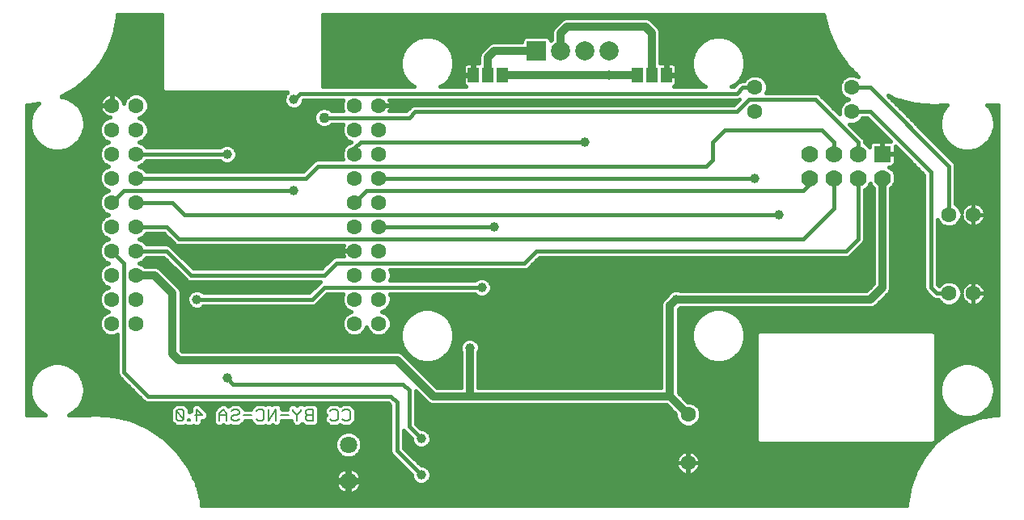
<source format=gbl>
G75*
%MOIN*%
%OFA0B0*%
%FSLAX25Y25*%
%IPPOS*%
%LPD*%
%AMOC8*
5,1,8,0,0,1.08239X$1,22.5*
%
%ADD10C,0.00800*%
%ADD11R,0.07874X0.07874*%
%ADD12C,0.07874*%
%ADD13R,0.04600X0.06300*%
%ADD14C,0.06299*%
%ADD15C,0.07085*%
%ADD16C,0.06300*%
%ADD17R,0.07000X0.07000*%
%ADD18C,0.07000*%
%ADD19C,0.01600*%
%ADD20C,0.03962*%
%ADD21C,0.03200*%
%ADD22C,0.04331*%
%ADD23C,0.01575*%
D10*
X0069105Y0073638D02*
X0070677Y0073638D01*
X0071463Y0074424D01*
X0068319Y0077568D01*
X0068319Y0074424D01*
X0069105Y0073638D01*
X0071463Y0074424D02*
X0071463Y0077568D01*
X0070677Y0078354D01*
X0069105Y0078354D01*
X0068319Y0077568D01*
X0073214Y0074424D02*
X0073214Y0073638D01*
X0074000Y0073638D01*
X0074000Y0074424D01*
X0073214Y0074424D01*
X0075932Y0075996D02*
X0079075Y0075996D01*
X0076718Y0078354D01*
X0076718Y0073638D01*
X0086082Y0073638D02*
X0086082Y0076782D01*
X0087654Y0078354D01*
X0089226Y0076782D01*
X0089226Y0073638D01*
X0091157Y0074424D02*
X0091943Y0073638D01*
X0093515Y0073638D01*
X0094301Y0074424D01*
X0093515Y0075996D02*
X0091943Y0075996D01*
X0091157Y0075210D01*
X0091157Y0074424D01*
X0089226Y0075996D02*
X0086082Y0075996D01*
X0091157Y0077568D02*
X0091943Y0078354D01*
X0093515Y0078354D01*
X0094301Y0077568D01*
X0094301Y0076782D01*
X0093515Y0075996D01*
X0096232Y0075996D02*
X0099376Y0075996D01*
X0101308Y0074424D02*
X0102094Y0073638D01*
X0103666Y0073638D01*
X0104451Y0074424D01*
X0104451Y0077568D01*
X0103666Y0078354D01*
X0102094Y0078354D01*
X0101308Y0077568D01*
X0106383Y0078354D02*
X0106383Y0073638D01*
X0109527Y0078354D01*
X0109527Y0073638D01*
X0111458Y0075996D02*
X0114602Y0075996D01*
X0116533Y0077568D02*
X0116533Y0078354D01*
X0116533Y0077568D02*
X0118105Y0075996D01*
X0118105Y0073638D01*
X0118105Y0075996D02*
X0119677Y0077568D01*
X0119677Y0078354D01*
X0121608Y0077568D02*
X0121608Y0076782D01*
X0122394Y0075996D01*
X0124752Y0075996D01*
X0122394Y0075996D02*
X0121608Y0075210D01*
X0121608Y0074424D01*
X0122394Y0073638D01*
X0124752Y0073638D01*
X0124752Y0078354D01*
X0122394Y0078354D01*
X0121608Y0077568D01*
X0131759Y0077568D02*
X0132545Y0078354D01*
X0134117Y0078354D01*
X0134903Y0077568D01*
X0134903Y0074424D01*
X0134117Y0073638D01*
X0132545Y0073638D01*
X0131759Y0074424D01*
X0136834Y0074424D02*
X0137620Y0073638D01*
X0139192Y0073638D01*
X0139978Y0074424D01*
X0139978Y0077568D01*
X0139192Y0078354D01*
X0137620Y0078354D01*
X0136834Y0077568D01*
D11*
X0216787Y0226250D03*
D12*
X0226787Y0226250D03*
X0236787Y0226250D03*
X0246787Y0226250D03*
D13*
X0258287Y0216250D03*
X0264287Y0216250D03*
X0270287Y0216250D03*
X0202787Y0216250D03*
X0196787Y0216250D03*
X0190787Y0216250D03*
D14*
X0151787Y0203750D03*
X0141787Y0203750D03*
X0141787Y0193750D03*
X0151787Y0193750D03*
X0151787Y0183750D03*
X0141787Y0183750D03*
X0141787Y0173750D03*
X0151787Y0173750D03*
X0151787Y0163750D03*
X0141787Y0163750D03*
X0141787Y0153750D03*
X0151787Y0153750D03*
X0151787Y0143750D03*
X0141787Y0143750D03*
X0141787Y0133750D03*
X0151787Y0133750D03*
X0151787Y0123750D03*
X0141787Y0123750D03*
X0141787Y0113750D03*
X0151787Y0113750D03*
X0051787Y0113750D03*
X0041787Y0113750D03*
X0041787Y0123750D03*
X0051787Y0123750D03*
X0051787Y0133750D03*
X0041787Y0133750D03*
X0041787Y0143750D03*
X0051787Y0143750D03*
X0051787Y0153750D03*
X0041787Y0153750D03*
X0041787Y0163750D03*
X0051787Y0163750D03*
X0051787Y0173750D03*
X0041787Y0173750D03*
X0041787Y0183750D03*
X0051787Y0183750D03*
X0051787Y0193750D03*
X0041787Y0193750D03*
X0041787Y0203750D03*
X0051787Y0203750D03*
X0279287Y0076250D03*
X0279287Y0056250D03*
X0386787Y0126250D03*
X0396787Y0126250D03*
X0396787Y0158750D03*
X0386787Y0158750D03*
D15*
X0139287Y0063750D03*
X0139287Y0048750D03*
D16*
X0306787Y0201250D03*
X0306787Y0211250D03*
X0346787Y0211250D03*
X0346787Y0201250D03*
D17*
X0359287Y0183750D03*
D18*
X0349287Y0183750D03*
X0339287Y0183750D03*
X0329287Y0183750D03*
X0329287Y0173750D03*
X0339287Y0173750D03*
X0349287Y0173750D03*
X0359287Y0173750D03*
D19*
X0349287Y0173750D02*
X0349287Y0148750D01*
X0344287Y0143750D01*
X0216787Y0143750D01*
X0211787Y0138750D01*
X0134287Y0138750D01*
X0129287Y0133750D01*
X0074287Y0133750D01*
X0064287Y0143750D01*
X0051787Y0143750D01*
X0046787Y0138750D02*
X0041787Y0143750D01*
X0046787Y0138750D02*
X0046787Y0093750D01*
X0056787Y0083750D01*
X0156787Y0083750D01*
X0159287Y0081250D01*
X0159287Y0061250D01*
X0169287Y0051250D01*
X0169287Y0066250D02*
X0164287Y0071250D01*
X0164287Y0086250D01*
X0161787Y0088750D01*
X0091787Y0088750D01*
X0089287Y0091250D01*
X0076787Y0123750D02*
X0124287Y0123750D01*
X0129287Y0128750D01*
X0194287Y0128750D01*
X0199287Y0153750D02*
X0151787Y0153750D01*
X0141787Y0163750D02*
X0146787Y0168750D01*
X0326787Y0168750D01*
X0329287Y0171250D01*
X0329287Y0173750D01*
X0339287Y0173750D02*
X0339287Y0161250D01*
X0326787Y0148750D01*
X0069287Y0148750D01*
X0064287Y0153750D01*
X0051787Y0153750D01*
X0051787Y0163750D02*
X0066787Y0163750D01*
X0071787Y0158750D01*
X0316787Y0158750D01*
X0306787Y0173750D02*
X0151787Y0173750D01*
X0141787Y0183750D02*
X0141787Y0186250D01*
X0144287Y0188750D01*
X0236787Y0188750D01*
X0258287Y0216250D02*
X0259287Y0216250D01*
X0289287Y0188750D02*
X0294287Y0193750D01*
X0334287Y0193750D01*
X0339287Y0188750D01*
X0339287Y0183750D01*
X0349287Y0183750D02*
X0349287Y0188750D01*
X0331787Y0206250D01*
X0304287Y0206250D01*
X0299287Y0201250D01*
X0166787Y0201250D01*
X0164287Y0198750D01*
X0129287Y0198750D01*
X0119287Y0208750D02*
X0116787Y0206250D01*
X0119287Y0208750D02*
X0299287Y0208750D01*
X0301787Y0211250D01*
X0306787Y0211250D01*
X0289287Y0188750D02*
X0289287Y0181250D01*
X0286787Y0178750D01*
X0126787Y0178750D01*
X0121787Y0173750D01*
X0051787Y0173750D01*
X0046787Y0168750D02*
X0116787Y0168750D01*
X0089287Y0183750D02*
X0051787Y0183750D01*
X0046787Y0168750D02*
X0041787Y0163750D01*
X0346787Y0201250D02*
X0354287Y0201250D01*
X0379287Y0176250D01*
X0379287Y0128750D01*
X0381787Y0126250D01*
X0386787Y0126250D01*
X0386787Y0158750D02*
X0386787Y0178750D01*
X0354287Y0211250D01*
X0346787Y0211250D01*
D20*
X0306787Y0173750D03*
X0316787Y0158750D03*
X0274287Y0123750D03*
X0199287Y0153750D03*
X0194287Y0128750D03*
X0189287Y0103750D03*
X0169287Y0066250D03*
X0169287Y0051250D03*
X0089287Y0091250D03*
X0076787Y0123750D03*
X0116787Y0168750D03*
X0089287Y0183750D03*
X0116787Y0206250D03*
X0236787Y0188750D03*
X0246787Y0216250D03*
D21*
X0258287Y0216250D01*
X0264287Y0216250D02*
X0264287Y0233750D01*
X0261787Y0236250D01*
X0229287Y0236250D01*
X0226787Y0233750D01*
X0226787Y0226250D01*
X0216787Y0226250D02*
X0199287Y0226250D01*
X0196787Y0223750D01*
X0196787Y0216250D01*
X0202787Y0216250D02*
X0246787Y0216250D01*
X0359287Y0173750D02*
X0359287Y0128750D01*
X0354287Y0123750D01*
X0274287Y0123750D01*
X0271787Y0121250D01*
X0271787Y0083750D01*
X0189287Y0083750D01*
X0189287Y0103750D01*
X0174287Y0083750D02*
X0159287Y0098750D01*
X0069287Y0098750D01*
X0066787Y0101250D01*
X0066787Y0126250D01*
X0059287Y0133750D01*
X0051787Y0133750D01*
X0174287Y0083750D02*
X0179287Y0083750D01*
X0189287Y0083750D01*
X0271787Y0083750D02*
X0279287Y0076250D01*
D22*
X0259287Y0043750D03*
X0156787Y0043750D03*
X0081787Y0043750D03*
X0019287Y0101250D03*
X0019287Y0181250D03*
X0051787Y0236250D03*
X0129287Y0198750D03*
X0141787Y0236250D03*
X0326787Y0236250D03*
X0394287Y0181250D03*
X0279287Y0111250D03*
X0184287Y0111250D03*
X0364287Y0043750D03*
X0394287Y0101250D03*
D23*
X0369947Y0042263D02*
X0078199Y0042263D01*
X0078636Y0040690D02*
X0369669Y0040690D01*
X0369500Y0039731D02*
X0369500Y0038537D01*
X0078876Y0038537D01*
X0078684Y0040518D01*
X0076636Y0047889D01*
X0073340Y0054792D01*
X0068894Y0061017D01*
X0068894Y0061017D01*
X0063436Y0066376D01*
X0063436Y0066376D01*
X0063436Y0066376D01*
X0057129Y0070706D01*
X0050167Y0073875D01*
X0050167Y0073875D01*
X0042760Y0075787D01*
X0042760Y0075787D01*
X0035133Y0076384D01*
X0031556Y0076037D01*
X0024166Y0076037D01*
X0026216Y0077221D01*
X0028316Y0079322D01*
X0029802Y0081895D01*
X0030571Y0084764D01*
X0030571Y0087735D01*
X0029802Y0090605D01*
X0028316Y0093178D01*
X0026216Y0095279D01*
X0023643Y0096765D01*
X0020773Y0097533D01*
X0017802Y0097533D01*
X0014932Y0096765D01*
X0012359Y0095279D01*
X0010258Y0093178D01*
X0008773Y0090605D01*
X0008004Y0087735D01*
X0008004Y0084764D01*
X0008773Y0081895D01*
X0010258Y0079322D01*
X0012359Y0077221D01*
X0014409Y0076037D01*
X0006575Y0076037D01*
X0006575Y0203963D01*
X0007768Y0203963D01*
X0011744Y0204664D01*
X0010258Y0203178D01*
X0008773Y0200605D01*
X0008004Y0197735D01*
X0008004Y0194764D01*
X0008773Y0191895D01*
X0010258Y0189322D01*
X0012359Y0187221D01*
X0014932Y0185735D01*
X0017802Y0184967D01*
X0020773Y0184967D01*
X0023643Y0185735D01*
X0026216Y0187221D01*
X0028316Y0189322D01*
X0029802Y0191895D01*
X0030571Y0194764D01*
X0030571Y0197735D01*
X0029802Y0200605D01*
X0028316Y0203178D01*
X0026216Y0205279D01*
X0023643Y0206765D01*
X0020969Y0207481D01*
X0021166Y0207553D01*
X0027196Y0211034D01*
X0032529Y0215509D01*
X0037004Y0220842D01*
X0040485Y0226871D01*
X0042866Y0233413D01*
X0044075Y0240269D01*
X0044075Y0241463D01*
X0062319Y0241463D01*
X0062319Y0210435D01*
X0063472Y0209281D01*
X0114233Y0209281D01*
X0113439Y0208487D01*
X0112838Y0207036D01*
X0112838Y0205464D01*
X0113439Y0204013D01*
X0114550Y0202902D01*
X0116002Y0202300D01*
X0117573Y0202300D01*
X0119025Y0202902D01*
X0120136Y0204013D01*
X0120737Y0205464D01*
X0120737Y0205981D01*
X0137172Y0205981D01*
X0136669Y0204768D01*
X0136669Y0202732D01*
X0137172Y0201518D01*
X0132365Y0201518D01*
X0131629Y0202255D01*
X0130110Y0202884D01*
X0128465Y0202884D01*
X0126946Y0202255D01*
X0125783Y0201092D01*
X0125154Y0199572D01*
X0125154Y0197928D01*
X0125783Y0196408D01*
X0126946Y0195245D01*
X0128465Y0194616D01*
X0130110Y0194616D01*
X0131629Y0195245D01*
X0132365Y0195981D01*
X0137172Y0195981D01*
X0136669Y0194768D01*
X0136669Y0192732D01*
X0137448Y0190851D01*
X0138888Y0189411D01*
X0140405Y0188783D01*
X0140293Y0188671D01*
X0138888Y0188089D01*
X0137448Y0186649D01*
X0136669Y0184768D01*
X0136669Y0182732D01*
X0137172Y0181518D01*
X0126237Y0181518D01*
X0125219Y0181097D01*
X0124440Y0180318D01*
X0120641Y0176518D01*
X0056180Y0176518D01*
X0056126Y0176649D01*
X0054687Y0178089D01*
X0053091Y0178750D01*
X0054687Y0179411D01*
X0056126Y0180851D01*
X0056180Y0180981D01*
X0086470Y0180981D01*
X0087050Y0180402D01*
X0088502Y0179800D01*
X0090073Y0179800D01*
X0091525Y0180402D01*
X0092636Y0181513D01*
X0093237Y0182964D01*
X0093237Y0184536D01*
X0092636Y0185987D01*
X0091525Y0187098D01*
X0090073Y0187700D01*
X0088502Y0187700D01*
X0087050Y0187098D01*
X0086470Y0186518D01*
X0056180Y0186518D01*
X0056126Y0186649D01*
X0054687Y0188089D01*
X0053091Y0188750D01*
X0054687Y0189411D01*
X0056126Y0190851D01*
X0056905Y0192732D01*
X0056905Y0194768D01*
X0056126Y0196649D01*
X0054687Y0198089D01*
X0053091Y0198750D01*
X0054687Y0199411D01*
X0056126Y0200851D01*
X0056905Y0202732D01*
X0056905Y0204768D01*
X0056126Y0206649D01*
X0054687Y0208089D01*
X0052805Y0208868D01*
X0050769Y0208868D01*
X0048888Y0208089D01*
X0047448Y0206649D01*
X0046669Y0204768D01*
X0046669Y0204486D01*
X0046603Y0204906D01*
X0046363Y0205645D01*
X0046010Y0206338D01*
X0045553Y0206966D01*
X0045004Y0207516D01*
X0044375Y0207973D01*
X0043683Y0208325D01*
X0042943Y0208565D01*
X0042176Y0208687D01*
X0041984Y0208687D01*
X0041984Y0203947D01*
X0041591Y0203947D01*
X0041591Y0208687D01*
X0041399Y0208687D01*
X0040631Y0208565D01*
X0039892Y0208325D01*
X0039200Y0207973D01*
X0038571Y0207516D01*
X0038022Y0206966D01*
X0037565Y0206338D01*
X0037212Y0205645D01*
X0036972Y0204906D01*
X0036850Y0204139D01*
X0036850Y0203947D01*
X0041590Y0203947D01*
X0041590Y0203553D01*
X0036850Y0203553D01*
X0036850Y0203361D01*
X0036972Y0202594D01*
X0037212Y0201855D01*
X0037565Y0201162D01*
X0038022Y0200534D01*
X0038571Y0199984D01*
X0039200Y0199527D01*
X0039892Y0199175D01*
X0040631Y0198935D01*
X0041051Y0198868D01*
X0040769Y0198868D01*
X0038888Y0198089D01*
X0037448Y0196649D01*
X0036669Y0194768D01*
X0036669Y0192732D01*
X0037448Y0190851D01*
X0038888Y0189411D01*
X0040484Y0188750D01*
X0038888Y0188089D01*
X0037448Y0186649D01*
X0036669Y0184768D01*
X0036669Y0182732D01*
X0037448Y0180851D01*
X0038888Y0179411D01*
X0040484Y0178750D01*
X0038888Y0178089D01*
X0037448Y0176649D01*
X0036669Y0174768D01*
X0036669Y0172732D01*
X0037448Y0170851D01*
X0038888Y0169411D01*
X0040484Y0168750D01*
X0038888Y0168089D01*
X0037448Y0166649D01*
X0036669Y0164768D01*
X0036669Y0162732D01*
X0037448Y0160851D01*
X0038888Y0159411D01*
X0040484Y0158750D01*
X0038888Y0158089D01*
X0037448Y0156649D01*
X0036669Y0154768D01*
X0036669Y0152732D01*
X0037448Y0150851D01*
X0038888Y0149411D01*
X0040484Y0148750D01*
X0038888Y0148089D01*
X0037448Y0146649D01*
X0036669Y0144768D01*
X0036669Y0142732D01*
X0037448Y0140851D01*
X0038888Y0139411D01*
X0040484Y0138750D01*
X0038888Y0138089D01*
X0037448Y0136649D01*
X0036669Y0134768D01*
X0036669Y0132732D01*
X0037448Y0130851D01*
X0038888Y0129411D01*
X0040484Y0128750D01*
X0038888Y0128089D01*
X0037448Y0126649D01*
X0036669Y0124768D01*
X0036669Y0122732D01*
X0037448Y0120851D01*
X0038888Y0119411D01*
X0040484Y0118750D01*
X0038888Y0118089D01*
X0037448Y0116649D01*
X0036669Y0114768D01*
X0036669Y0112732D01*
X0037448Y0110851D01*
X0038888Y0109411D01*
X0040769Y0108632D01*
X0042805Y0108632D01*
X0044019Y0109135D01*
X0044019Y0093199D01*
X0044440Y0092182D01*
X0045219Y0091403D01*
X0055219Y0081403D01*
X0056237Y0080981D01*
X0155641Y0080981D01*
X0156519Y0080103D01*
X0156519Y0060699D01*
X0156940Y0059682D01*
X0157719Y0058903D01*
X0165338Y0051284D01*
X0165338Y0050464D01*
X0165939Y0049013D01*
X0167050Y0047902D01*
X0168502Y0047300D01*
X0170073Y0047300D01*
X0171525Y0047902D01*
X0172636Y0049013D01*
X0173237Y0050464D01*
X0173237Y0052036D01*
X0172636Y0053487D01*
X0171525Y0054598D01*
X0170073Y0055200D01*
X0169253Y0055200D01*
X0162056Y0062397D01*
X0162056Y0069566D01*
X0162719Y0068903D01*
X0162719Y0068903D01*
X0165338Y0066284D01*
X0165338Y0065464D01*
X0165939Y0064013D01*
X0167050Y0062902D01*
X0168502Y0062300D01*
X0170073Y0062300D01*
X0171525Y0062902D01*
X0172636Y0064013D01*
X0173237Y0065464D01*
X0173237Y0067036D01*
X0172636Y0068487D01*
X0171525Y0069598D01*
X0170073Y0070200D01*
X0169253Y0070200D01*
X0167056Y0072397D01*
X0167056Y0085935D01*
X0171262Y0081729D01*
X0172266Y0080725D01*
X0173578Y0080181D01*
X0270309Y0080181D01*
X0274169Y0076321D01*
X0274169Y0075232D01*
X0274948Y0073351D01*
X0276388Y0071911D01*
X0278269Y0071132D01*
X0280305Y0071132D01*
X0282187Y0071911D01*
X0283626Y0073351D01*
X0284405Y0075232D01*
X0284405Y0077268D01*
X0283626Y0079149D01*
X0282187Y0080589D01*
X0280305Y0081368D01*
X0279216Y0081368D01*
X0275356Y0085228D01*
X0275356Y0119772D01*
X0275605Y0120021D01*
X0275993Y0120181D01*
X0354997Y0120181D01*
X0356309Y0120725D01*
X0357313Y0121729D01*
X0361309Y0125725D01*
X0362313Y0126729D01*
X0362856Y0128040D01*
X0362856Y0169585D01*
X0363923Y0170652D01*
X0364756Y0172662D01*
X0364756Y0174838D01*
X0363923Y0176848D01*
X0362385Y0178386D01*
X0362200Y0178463D01*
X0363023Y0178463D01*
X0363477Y0178584D01*
X0363885Y0178820D01*
X0364218Y0179153D01*
X0364453Y0179560D01*
X0364575Y0180015D01*
X0364575Y0183553D01*
X0359484Y0183553D01*
X0359484Y0183947D01*
X0359091Y0183947D01*
X0359091Y0189037D01*
X0355552Y0189037D01*
X0355097Y0188916D01*
X0354690Y0188680D01*
X0354357Y0188347D01*
X0354122Y0187940D01*
X0354000Y0187485D01*
X0354000Y0186663D01*
X0353923Y0186848D01*
X0352385Y0188386D01*
X0352056Y0188522D01*
X0352056Y0189301D01*
X0351634Y0190318D01*
X0350856Y0191097D01*
X0350856Y0191097D01*
X0345821Y0196131D01*
X0347806Y0196131D01*
X0349687Y0196911D01*
X0351127Y0198351D01*
X0351181Y0198481D01*
X0353141Y0198481D01*
X0362585Y0189037D01*
X0359484Y0189037D01*
X0359484Y0183947D01*
X0364575Y0183947D01*
X0364575Y0187047D01*
X0376519Y0175103D01*
X0376519Y0128199D01*
X0376940Y0127182D01*
X0377719Y0126403D01*
X0380219Y0123903D01*
X0381237Y0123481D01*
X0382394Y0123481D01*
X0382448Y0123351D01*
X0383888Y0121911D01*
X0385769Y0121132D01*
X0387805Y0121132D01*
X0389687Y0121911D01*
X0391126Y0123351D01*
X0391905Y0125232D01*
X0391905Y0125514D01*
X0391972Y0125094D01*
X0392212Y0124355D01*
X0392565Y0123662D01*
X0393022Y0123034D01*
X0393571Y0122484D01*
X0394200Y0122027D01*
X0394892Y0121675D01*
X0395631Y0121435D01*
X0396399Y0121313D01*
X0396787Y0121313D01*
X0396787Y0126250D01*
X0396787Y0131187D01*
X0396399Y0131187D01*
X0395631Y0131065D01*
X0394892Y0130825D01*
X0394200Y0130473D01*
X0393571Y0130016D01*
X0393022Y0129466D01*
X0392565Y0128838D01*
X0392212Y0128145D01*
X0391972Y0127406D01*
X0391905Y0126986D01*
X0391905Y0127268D01*
X0391126Y0129149D01*
X0389687Y0130589D01*
X0387805Y0131368D01*
X0385769Y0131368D01*
X0383888Y0130589D01*
X0382626Y0129327D01*
X0382056Y0129897D01*
X0382056Y0156799D01*
X0382448Y0155851D01*
X0383888Y0154411D01*
X0385769Y0153632D01*
X0387805Y0153632D01*
X0389687Y0154411D01*
X0391126Y0155851D01*
X0391905Y0157732D01*
X0391905Y0158014D01*
X0391972Y0157594D01*
X0392212Y0156855D01*
X0392565Y0156162D01*
X0393022Y0155534D01*
X0393571Y0154984D01*
X0394200Y0154527D01*
X0394892Y0154175D01*
X0395631Y0153935D01*
X0396399Y0153813D01*
X0396787Y0153813D01*
X0396787Y0158750D01*
X0396787Y0163687D01*
X0396399Y0163687D01*
X0395631Y0163565D01*
X0394892Y0163325D01*
X0394200Y0162973D01*
X0393571Y0162516D01*
X0393022Y0161966D01*
X0392565Y0161338D01*
X0392212Y0160645D01*
X0391972Y0159906D01*
X0391905Y0159486D01*
X0391905Y0159768D01*
X0391126Y0161649D01*
X0389687Y0163089D01*
X0389556Y0163143D01*
X0389556Y0179301D01*
X0389134Y0180318D01*
X0388356Y0181097D01*
X0361608Y0207845D01*
X0364821Y0206360D01*
X0372638Y0204294D01*
X0380695Y0203616D01*
X0384505Y0203963D01*
X0386043Y0203963D01*
X0385258Y0203178D01*
X0383773Y0200605D01*
X0383004Y0197735D01*
X0383004Y0194764D01*
X0383773Y0191895D01*
X0385258Y0189322D01*
X0387359Y0187221D01*
X0389932Y0185735D01*
X0392802Y0184967D01*
X0395773Y0184967D01*
X0398643Y0185735D01*
X0401216Y0187221D01*
X0403316Y0189322D01*
X0404802Y0191895D01*
X0405571Y0194764D01*
X0405571Y0197735D01*
X0404802Y0200605D01*
X0403316Y0203178D01*
X0402532Y0203963D01*
X0407000Y0203963D01*
X0407000Y0076037D01*
X0405806Y0076037D01*
X0398950Y0074828D01*
X0392408Y0072447D01*
X0386379Y0068966D01*
X0381046Y0064491D01*
X0376571Y0059158D01*
X0373090Y0053129D01*
X0370709Y0046587D01*
X0369500Y0039731D01*
X0369500Y0039117D02*
X0078820Y0039117D01*
X0077762Y0043837D02*
X0137190Y0043837D01*
X0137241Y0043810D02*
X0138039Y0043551D01*
X0138868Y0043420D01*
X0138894Y0043420D01*
X0138894Y0048356D01*
X0139681Y0048356D01*
X0139681Y0043420D01*
X0139707Y0043420D01*
X0140536Y0043551D01*
X0141333Y0043810D01*
X0142081Y0044191D01*
X0142760Y0044684D01*
X0143353Y0045278D01*
X0143846Y0045956D01*
X0144227Y0046704D01*
X0144486Y0047502D01*
X0144618Y0048330D01*
X0144617Y0048356D01*
X0139681Y0048356D01*
X0139681Y0049144D01*
X0138894Y0049144D01*
X0138894Y0054080D01*
X0138868Y0054080D01*
X0138039Y0053949D01*
X0137241Y0053690D01*
X0136494Y0053309D01*
X0135815Y0052816D01*
X0135222Y0052222D01*
X0134729Y0051544D01*
X0134348Y0050796D01*
X0134089Y0049998D01*
X0133957Y0049169D01*
X0133957Y0049144D01*
X0138894Y0049144D01*
X0138894Y0048356D01*
X0133957Y0048356D01*
X0133957Y0048330D01*
X0134089Y0047502D01*
X0134348Y0046704D01*
X0134729Y0045956D01*
X0135222Y0045278D01*
X0135815Y0044684D01*
X0136494Y0044191D01*
X0137241Y0043810D01*
X0138894Y0043837D02*
X0139681Y0043837D01*
X0139681Y0045410D02*
X0138894Y0045410D01*
X0138894Y0046983D02*
X0139681Y0046983D01*
X0139681Y0048556D02*
X0166395Y0048556D01*
X0165476Y0050130D02*
X0144443Y0050130D01*
X0144486Y0049998D02*
X0144227Y0050796D01*
X0143846Y0051544D01*
X0143353Y0052222D01*
X0142760Y0052816D01*
X0142081Y0053309D01*
X0141333Y0053690D01*
X0140536Y0053949D01*
X0139707Y0054080D01*
X0139681Y0054080D01*
X0139681Y0049144D01*
X0144618Y0049144D01*
X0144618Y0049169D01*
X0144486Y0049998D01*
X0143730Y0051703D02*
X0164919Y0051703D01*
X0163346Y0053276D02*
X0142125Y0053276D01*
X0139681Y0053276D02*
X0138894Y0053276D01*
X0138894Y0051703D02*
X0139681Y0051703D01*
X0139681Y0050130D02*
X0138894Y0050130D01*
X0138894Y0048556D02*
X0076317Y0048556D01*
X0076636Y0047889D02*
X0076636Y0047889D01*
X0076888Y0046983D02*
X0134257Y0046983D01*
X0135126Y0045410D02*
X0077325Y0045410D01*
X0075566Y0050130D02*
X0134131Y0050130D01*
X0134845Y0051703D02*
X0074815Y0051703D01*
X0074063Y0053276D02*
X0136449Y0053276D01*
X0138191Y0058239D02*
X0136166Y0059078D01*
X0134615Y0060628D01*
X0133776Y0062654D01*
X0133776Y0064846D01*
X0134615Y0066872D01*
X0136166Y0068422D01*
X0138191Y0069261D01*
X0140384Y0069261D01*
X0142409Y0068422D01*
X0143960Y0066872D01*
X0144799Y0064846D01*
X0144799Y0062654D01*
X0143960Y0060628D01*
X0142409Y0059078D01*
X0140384Y0058239D01*
X0138191Y0058239D01*
X0135674Y0059570D02*
X0069928Y0059570D01*
X0071051Y0057996D02*
X0158626Y0057996D01*
X0160199Y0056423D02*
X0072175Y0056423D01*
X0073298Y0054850D02*
X0161772Y0054850D01*
X0166456Y0057996D02*
X0274664Y0057996D01*
X0274712Y0058145D02*
X0274472Y0057406D01*
X0274350Y0056639D01*
X0274350Y0056348D01*
X0279189Y0056348D01*
X0279189Y0056152D01*
X0274350Y0056152D01*
X0274350Y0055861D01*
X0274472Y0055094D01*
X0274712Y0054355D01*
X0275065Y0053662D01*
X0275522Y0053034D01*
X0276071Y0052484D01*
X0276700Y0052027D01*
X0277392Y0051675D01*
X0278131Y0051435D01*
X0278899Y0051313D01*
X0279189Y0051313D01*
X0279189Y0056151D01*
X0279386Y0056151D01*
X0279386Y0051313D01*
X0279676Y0051313D01*
X0280443Y0051435D01*
X0281183Y0051675D01*
X0281875Y0052027D01*
X0282504Y0052484D01*
X0283053Y0053034D01*
X0283510Y0053662D01*
X0283863Y0054355D01*
X0284103Y0055094D01*
X0284224Y0055861D01*
X0284224Y0056152D01*
X0279386Y0056152D01*
X0279386Y0056348D01*
X0284224Y0056348D01*
X0284224Y0056639D01*
X0284103Y0057406D01*
X0283863Y0058145D01*
X0283510Y0058838D01*
X0283053Y0059466D01*
X0282504Y0060016D01*
X0281875Y0060473D01*
X0281183Y0060825D01*
X0280443Y0061065D01*
X0279676Y0061187D01*
X0279386Y0061187D01*
X0279386Y0056348D01*
X0279189Y0056348D01*
X0279189Y0061187D01*
X0278899Y0061187D01*
X0278131Y0061065D01*
X0277392Y0060825D01*
X0276700Y0060473D01*
X0276071Y0060016D01*
X0275522Y0059466D01*
X0275065Y0058838D01*
X0274712Y0058145D01*
X0275625Y0059570D02*
X0164883Y0059570D01*
X0163310Y0061143D02*
X0278621Y0061143D01*
X0279189Y0061143D02*
X0279386Y0061143D01*
X0279954Y0061143D02*
X0378236Y0061143D01*
X0376916Y0059570D02*
X0282950Y0059570D01*
X0283911Y0057996D02*
X0375900Y0057996D01*
X0376571Y0059158D02*
X0376571Y0059158D01*
X0374992Y0056423D02*
X0284224Y0056423D01*
X0284023Y0054850D02*
X0374083Y0054850D01*
X0373175Y0053276D02*
X0283229Y0053276D01*
X0281238Y0051703D02*
X0372571Y0051703D01*
X0373090Y0053129D02*
X0373090Y0053129D01*
X0371998Y0050130D02*
X0173098Y0050130D01*
X0173237Y0051703D02*
X0277337Y0051703D01*
X0279189Y0051703D02*
X0279386Y0051703D01*
X0279386Y0053276D02*
X0279189Y0053276D01*
X0279189Y0054850D02*
X0279386Y0054850D01*
X0279386Y0056423D02*
X0279189Y0056423D01*
X0279189Y0057996D02*
X0279386Y0057996D01*
X0279386Y0059570D02*
X0279189Y0059570D01*
X0274350Y0056423D02*
X0168030Y0056423D01*
X0170918Y0054850D02*
X0274551Y0054850D01*
X0275345Y0053276D02*
X0172723Y0053276D01*
X0172179Y0048556D02*
X0371426Y0048556D01*
X0370853Y0046983D02*
X0144318Y0046983D01*
X0143449Y0045410D02*
X0370501Y0045410D01*
X0370709Y0046587D02*
X0370709Y0046587D01*
X0370224Y0043837D02*
X0141385Y0043837D01*
X0142901Y0059570D02*
X0157052Y0059570D01*
X0156519Y0061143D02*
X0144173Y0061143D01*
X0144799Y0062716D02*
X0156519Y0062716D01*
X0156519Y0064290D02*
X0144799Y0064290D01*
X0144377Y0065863D02*
X0156519Y0065863D01*
X0156519Y0067436D02*
X0143395Y0067436D01*
X0140991Y0069010D02*
X0156519Y0069010D01*
X0156519Y0070583D02*
X0057309Y0070583D01*
X0057129Y0070706D02*
X0057129Y0070706D01*
X0059601Y0069010D02*
X0137584Y0069010D01*
X0137630Y0071270D02*
X0140173Y0071270D01*
X0141560Y0072657D01*
X0142346Y0073443D01*
X0142346Y0077578D01*
X0142346Y0078549D01*
X0141560Y0079335D01*
X0140189Y0080707D01*
X0140173Y0080723D01*
X0139202Y0080723D01*
X0138211Y0080723D01*
X0138211Y0080723D01*
X0136639Y0080723D01*
X0135868Y0079952D01*
X0135114Y0080707D01*
X0135098Y0080723D01*
X0134127Y0080723D01*
X0133136Y0080723D01*
X0133136Y0080723D01*
X0131564Y0080723D01*
X0129390Y0078549D01*
X0129390Y0076587D01*
X0129981Y0075996D01*
X0129390Y0075405D01*
X0129390Y0073443D01*
X0130493Y0072341D01*
X0131564Y0071270D01*
X0132555Y0071270D01*
X0135098Y0071270D01*
X0135868Y0072040D01*
X0136639Y0071270D01*
X0136639Y0071270D01*
X0136639Y0071270D01*
X0137630Y0071270D01*
X0141059Y0072156D02*
X0156519Y0072156D01*
X0156519Y0073729D02*
X0142346Y0073729D01*
X0142346Y0075303D02*
X0156519Y0075303D01*
X0156519Y0076876D02*
X0142346Y0076876D01*
X0142346Y0078449D02*
X0156519Y0078449D01*
X0156519Y0080023D02*
X0140873Y0080023D01*
X0141560Y0079335D02*
X0141560Y0079335D01*
X0142346Y0078549D02*
X0142346Y0078549D01*
X0142346Y0078549D01*
X0140173Y0080723D02*
X0140173Y0080723D01*
X0135939Y0080023D02*
X0135798Y0080023D01*
X0135098Y0080723D02*
X0135098Y0080723D01*
X0135098Y0080723D01*
X0130864Y0080023D02*
X0126433Y0080023D01*
X0127121Y0079335D02*
X0125733Y0080723D01*
X0121413Y0080723D01*
X0121036Y0080345D01*
X0120658Y0080723D01*
X0118696Y0080723D01*
X0118105Y0080132D01*
X0117514Y0080723D01*
X0115552Y0080723D01*
X0114165Y0079335D01*
X0114165Y0078365D01*
X0111940Y0078365D01*
X0111895Y0078589D01*
X0111895Y0079335D01*
X0111709Y0079522D01*
X0111657Y0079781D01*
X0111036Y0080195D01*
X0110508Y0080723D01*
X0110244Y0080723D01*
X0110024Y0080869D01*
X0109292Y0080723D01*
X0108546Y0080723D01*
X0108359Y0080536D01*
X0108100Y0080484D01*
X0107901Y0080185D01*
X0107364Y0080723D01*
X0105402Y0080723D01*
X0105024Y0080345D01*
X0104662Y0080707D01*
X0104647Y0080723D01*
X0103676Y0080723D01*
X0102684Y0080723D01*
X0101112Y0080723D01*
X0099725Y0079335D01*
X0098939Y0078549D01*
X0098939Y0078365D01*
X0096670Y0078365D01*
X0096670Y0078549D01*
X0096670Y0078549D01*
X0096670Y0078549D01*
X0096135Y0079084D01*
X0095884Y0079335D01*
X0094512Y0080707D01*
X0094496Y0080723D01*
X0093525Y0080723D01*
X0092534Y0080723D01*
X0092534Y0080723D01*
X0090962Y0080723D01*
X0089799Y0079559D01*
X0088635Y0080723D01*
X0086673Y0080723D01*
X0085101Y0079151D01*
X0083713Y0077763D01*
X0083713Y0072657D01*
X0085101Y0071270D01*
X0087063Y0071270D01*
X0087654Y0071861D01*
X0088245Y0071270D01*
X0090207Y0071270D01*
X0090585Y0071647D01*
X0090962Y0071270D01*
X0090962Y0071270D01*
X0090962Y0071270D01*
X0091933Y0071270D01*
X0094496Y0071270D01*
X0096670Y0073443D01*
X0096670Y0073628D01*
X0098939Y0073628D01*
X0098939Y0073443D01*
X0100042Y0072341D01*
X0101112Y0071270D01*
X0101112Y0071270D01*
X0101113Y0071270D01*
X0102104Y0071270D01*
X0104647Y0071270D01*
X0105024Y0071647D01*
X0105402Y0071270D01*
X0105666Y0071270D01*
X0105885Y0071123D01*
X0106617Y0071270D01*
X0107364Y0071270D01*
X0107550Y0071456D01*
X0107809Y0071508D01*
X0108008Y0071807D01*
X0108546Y0071270D01*
X0110508Y0071270D01*
X0111895Y0072657D01*
X0111895Y0073628D01*
X0115583Y0073628D01*
X0115737Y0073781D01*
X0115737Y0072657D01*
X0117124Y0071270D01*
X0119086Y0071270D01*
X0120250Y0072433D01*
X0120627Y0072056D01*
X0120627Y0072056D01*
X0121413Y0071270D01*
X0121413Y0071270D01*
X0121413Y0071270D01*
X0122384Y0071270D01*
X0125733Y0071270D01*
X0127121Y0072657D01*
X0127121Y0076977D01*
X0127121Y0077373D01*
X0127121Y0079335D01*
X0127121Y0078449D02*
X0129390Y0078449D01*
X0129390Y0076876D02*
X0127121Y0076876D01*
X0127121Y0075303D02*
X0129390Y0075303D01*
X0129390Y0073729D02*
X0127121Y0073729D01*
X0126620Y0072156D02*
X0130677Y0072156D01*
X0131564Y0071270D02*
X0131564Y0071270D01*
X0131564Y0071270D01*
X0135180Y0067436D02*
X0061892Y0067436D01*
X0063959Y0065863D02*
X0134197Y0065863D01*
X0133776Y0064290D02*
X0065561Y0064290D01*
X0067164Y0062716D02*
X0133776Y0062716D01*
X0134402Y0061143D02*
X0068766Y0061143D01*
X0073340Y0054792D02*
X0073340Y0054792D01*
X0072233Y0071270D02*
X0074981Y0071270D01*
X0075359Y0071647D01*
X0075737Y0071270D01*
X0077699Y0071270D01*
X0079086Y0072657D01*
X0079086Y0073628D01*
X0080057Y0073628D01*
X0081444Y0075015D01*
X0081444Y0076977D01*
X0080057Y0078365D01*
X0080057Y0078365D01*
X0079086Y0079335D01*
X0079086Y0079335D01*
X0077726Y0080695D01*
X0077699Y0080723D01*
X0075737Y0080723D01*
X0074369Y0079355D01*
X0074349Y0079335D01*
X0074349Y0077763D01*
X0073831Y0077245D01*
X0073831Y0077558D01*
X0073831Y0078549D01*
X0073045Y0079335D01*
X0073045Y0079335D01*
X0071658Y0080723D01*
X0070667Y0080723D01*
X0069696Y0080723D01*
X0069696Y0080723D01*
X0068124Y0080723D01*
X0067338Y0079937D01*
X0066031Y0078630D01*
X0065950Y0078549D01*
X0065950Y0075405D01*
X0065950Y0074414D01*
X0065950Y0073443D01*
X0065950Y0073443D01*
X0065966Y0073427D01*
X0067338Y0072056D01*
X0068124Y0071270D01*
X0069095Y0071270D01*
X0071658Y0071270D01*
X0071946Y0071557D01*
X0072233Y0071270D01*
X0068124Y0071270D02*
X0068124Y0071270D01*
X0068124Y0071270D01*
X0067338Y0072056D02*
X0067338Y0072056D01*
X0067237Y0072156D02*
X0053944Y0072156D01*
X0050487Y0073729D02*
X0065950Y0073729D01*
X0065950Y0075303D02*
X0044636Y0075303D01*
X0035133Y0076384D02*
X0035133Y0076384D01*
X0028721Y0080023D02*
X0067424Y0080023D01*
X0065950Y0078449D02*
X0027444Y0078449D01*
X0025618Y0076876D02*
X0065950Y0076876D01*
X0065950Y0075405D02*
X0065950Y0075405D01*
X0072358Y0080023D02*
X0075037Y0080023D01*
X0074349Y0078449D02*
X0073831Y0078449D01*
X0073831Y0078549D02*
X0073831Y0078549D01*
X0073831Y0078549D01*
X0078398Y0080023D02*
X0085973Y0080023D01*
X0084400Y0078449D02*
X0079972Y0078449D01*
X0081444Y0076876D02*
X0083713Y0076876D01*
X0083713Y0075303D02*
X0081444Y0075303D01*
X0080158Y0073729D02*
X0083713Y0073729D01*
X0084214Y0072156D02*
X0078585Y0072156D01*
X0089335Y0080023D02*
X0090262Y0080023D01*
X0094496Y0080723D02*
X0094496Y0080723D01*
X0095196Y0080023D02*
X0100413Y0080023D01*
X0098939Y0078449D02*
X0096670Y0078449D01*
X0095884Y0079335D02*
X0095884Y0079335D01*
X0102684Y0080723D02*
X0102684Y0080723D01*
X0104647Y0080723D02*
X0104647Y0080723D01*
X0111293Y0080023D02*
X0114852Y0080023D01*
X0114165Y0078449D02*
X0111923Y0078449D01*
X0115685Y0073729D02*
X0115737Y0073729D01*
X0116238Y0072156D02*
X0111394Y0072156D01*
X0100226Y0072156D02*
X0095383Y0072156D01*
X0119973Y0072156D02*
X0120527Y0072156D01*
X0162056Y0069010D02*
X0162613Y0069010D01*
X0162056Y0067436D02*
X0164186Y0067436D01*
X0165338Y0065863D02*
X0162056Y0065863D01*
X0162056Y0064290D02*
X0165824Y0064290D01*
X0167498Y0062716D02*
X0162056Y0062716D01*
X0171077Y0062716D02*
X0379557Y0062716D01*
X0380103Y0064281D02*
X0381256Y0065435D01*
X0381256Y0109565D01*
X0380103Y0110718D01*
X0308472Y0110718D01*
X0307319Y0109565D01*
X0307319Y0065435D01*
X0308472Y0064281D01*
X0380103Y0064281D01*
X0380111Y0064290D02*
X0380877Y0064290D01*
X0381046Y0064491D02*
X0381046Y0064491D01*
X0381046Y0064491D01*
X0381256Y0065863D02*
X0382681Y0065863D01*
X0381256Y0067436D02*
X0384556Y0067436D01*
X0386379Y0068966D02*
X0386379Y0068966D01*
X0386454Y0069010D02*
X0381256Y0069010D01*
X0381256Y0070583D02*
X0389179Y0070583D01*
X0391904Y0072156D02*
X0381256Y0072156D01*
X0381256Y0073729D02*
X0395931Y0073729D01*
X0395773Y0074967D02*
X0392802Y0074967D01*
X0389932Y0075735D01*
X0387359Y0077221D01*
X0385258Y0079322D01*
X0383773Y0081895D01*
X0383004Y0084764D01*
X0383004Y0087735D01*
X0383773Y0090605D01*
X0385258Y0093178D01*
X0387359Y0095279D01*
X0389932Y0096765D01*
X0392802Y0097533D01*
X0395773Y0097533D01*
X0398643Y0096765D01*
X0401216Y0095279D01*
X0403316Y0093178D01*
X0404802Y0090605D01*
X0405571Y0087735D01*
X0405571Y0084764D01*
X0404802Y0081895D01*
X0403316Y0079322D01*
X0401216Y0077221D01*
X0398643Y0075735D01*
X0395773Y0074967D01*
X0397028Y0075303D02*
X0401640Y0075303D01*
X0400618Y0076876D02*
X0407000Y0076876D01*
X0407000Y0078449D02*
X0402444Y0078449D01*
X0403721Y0080023D02*
X0407000Y0080023D01*
X0407000Y0081596D02*
X0404629Y0081596D01*
X0405143Y0083169D02*
X0407000Y0083169D01*
X0407000Y0084743D02*
X0405565Y0084743D01*
X0405571Y0086316D02*
X0407000Y0086316D01*
X0407000Y0087889D02*
X0405530Y0087889D01*
X0405108Y0089463D02*
X0407000Y0089463D01*
X0407000Y0091036D02*
X0404553Y0091036D01*
X0403645Y0092609D02*
X0407000Y0092609D01*
X0407000Y0094183D02*
X0402312Y0094183D01*
X0400390Y0095756D02*
X0407000Y0095756D01*
X0407000Y0097329D02*
X0396535Y0097329D01*
X0392040Y0097329D02*
X0381256Y0097329D01*
X0381256Y0095756D02*
X0388185Y0095756D01*
X0386263Y0094183D02*
X0381256Y0094183D01*
X0381256Y0092609D02*
X0384930Y0092609D01*
X0384022Y0091036D02*
X0381256Y0091036D01*
X0381256Y0089463D02*
X0383467Y0089463D01*
X0383045Y0087889D02*
X0381256Y0087889D01*
X0381256Y0086316D02*
X0383004Y0086316D01*
X0383010Y0084743D02*
X0381256Y0084743D01*
X0381256Y0083169D02*
X0383431Y0083169D01*
X0383945Y0081596D02*
X0381256Y0081596D01*
X0381256Y0080023D02*
X0384854Y0080023D01*
X0386131Y0078449D02*
X0381256Y0078449D01*
X0381256Y0076876D02*
X0387956Y0076876D01*
X0391547Y0075303D02*
X0381256Y0075303D01*
X0392408Y0072447D02*
X0392408Y0072447D01*
X0398950Y0074828D02*
X0398950Y0074828D01*
X0407000Y0098903D02*
X0381256Y0098903D01*
X0381256Y0100476D02*
X0407000Y0100476D01*
X0407000Y0102049D02*
X0381256Y0102049D01*
X0381256Y0103622D02*
X0407000Y0103622D01*
X0407000Y0105196D02*
X0381256Y0105196D01*
X0381256Y0106769D02*
X0407000Y0106769D01*
X0407000Y0108342D02*
X0381256Y0108342D01*
X0380906Y0109916D02*
X0407000Y0109916D01*
X0407000Y0111489D02*
X0302531Y0111489D01*
X0302874Y0110210D02*
X0302118Y0113029D01*
X0300659Y0115557D01*
X0298595Y0117621D01*
X0296067Y0119081D01*
X0293247Y0119837D01*
X0290328Y0119837D01*
X0287508Y0119081D01*
X0284980Y0117621D01*
X0282916Y0115557D01*
X0281456Y0113029D01*
X0280701Y0110210D01*
X0280701Y0107290D01*
X0281456Y0104471D01*
X0282916Y0101943D01*
X0284980Y0099878D01*
X0287508Y0098419D01*
X0290328Y0097663D01*
X0293247Y0097663D01*
X0296067Y0098419D01*
X0298595Y0099878D01*
X0300659Y0101943D01*
X0302118Y0104471D01*
X0302874Y0107290D01*
X0302874Y0110210D01*
X0302874Y0109916D02*
X0307669Y0109916D01*
X0307319Y0108342D02*
X0302874Y0108342D01*
X0302734Y0106769D02*
X0307319Y0106769D01*
X0307319Y0105196D02*
X0302313Y0105196D01*
X0301629Y0103622D02*
X0307319Y0103622D01*
X0307319Y0102049D02*
X0300720Y0102049D01*
X0299192Y0100476D02*
X0307319Y0100476D01*
X0307319Y0098903D02*
X0296904Y0098903D01*
X0286670Y0098903D02*
X0275356Y0098903D01*
X0275356Y0100476D02*
X0284383Y0100476D01*
X0282854Y0102049D02*
X0275356Y0102049D01*
X0275356Y0103622D02*
X0281946Y0103622D01*
X0281262Y0105196D02*
X0275356Y0105196D01*
X0275356Y0106769D02*
X0280840Y0106769D01*
X0280701Y0108342D02*
X0275356Y0108342D01*
X0275356Y0109916D02*
X0280701Y0109916D01*
X0281044Y0111489D02*
X0275356Y0111489D01*
X0275356Y0113062D02*
X0281475Y0113062D01*
X0282384Y0114636D02*
X0275356Y0114636D01*
X0275356Y0116209D02*
X0283568Y0116209D01*
X0285259Y0117782D02*
X0275356Y0117782D01*
X0275356Y0119356D02*
X0288533Y0119356D01*
X0295042Y0119356D02*
X0407000Y0119356D01*
X0407000Y0120929D02*
X0356513Y0120929D01*
X0358086Y0122502D02*
X0383297Y0122502D01*
X0380047Y0124076D02*
X0359660Y0124076D01*
X0361233Y0125649D02*
X0378473Y0125649D01*
X0376924Y0127222D02*
X0362517Y0127222D01*
X0362856Y0128795D02*
X0376519Y0128795D01*
X0376519Y0130369D02*
X0362856Y0130369D01*
X0362856Y0131942D02*
X0376519Y0131942D01*
X0376519Y0133515D02*
X0362856Y0133515D01*
X0362856Y0135089D02*
X0376519Y0135089D01*
X0376519Y0136662D02*
X0362856Y0136662D01*
X0362856Y0138235D02*
X0376519Y0138235D01*
X0376519Y0139809D02*
X0362856Y0139809D01*
X0362856Y0141382D02*
X0376519Y0141382D01*
X0376519Y0142955D02*
X0362856Y0142955D01*
X0362856Y0144529D02*
X0376519Y0144529D01*
X0376519Y0146102D02*
X0362856Y0146102D01*
X0362856Y0147675D02*
X0376519Y0147675D01*
X0376519Y0149249D02*
X0362856Y0149249D01*
X0362856Y0150822D02*
X0376519Y0150822D01*
X0376519Y0152395D02*
X0362856Y0152395D01*
X0362856Y0153969D02*
X0376519Y0153969D01*
X0376519Y0155542D02*
X0362856Y0155542D01*
X0362856Y0157115D02*
X0376519Y0157115D01*
X0376519Y0158688D02*
X0362856Y0158688D01*
X0362856Y0160262D02*
X0376519Y0160262D01*
X0376519Y0161835D02*
X0362856Y0161835D01*
X0362856Y0163408D02*
X0376519Y0163408D01*
X0376519Y0164982D02*
X0362856Y0164982D01*
X0362856Y0166555D02*
X0376519Y0166555D01*
X0376519Y0168128D02*
X0362856Y0168128D01*
X0362973Y0169702D02*
X0376519Y0169702D01*
X0376519Y0171275D02*
X0364181Y0171275D01*
X0364756Y0172848D02*
X0376519Y0172848D01*
X0376519Y0174422D02*
X0364756Y0174422D01*
X0364277Y0175995D02*
X0375627Y0175995D01*
X0374054Y0177568D02*
X0363203Y0177568D01*
X0364207Y0179142D02*
X0372481Y0179142D01*
X0370907Y0180715D02*
X0364575Y0180715D01*
X0364575Y0182288D02*
X0369334Y0182288D01*
X0367761Y0183862D02*
X0359484Y0183862D01*
X0359484Y0185435D02*
X0359091Y0185435D01*
X0359091Y0187008D02*
X0359484Y0187008D01*
X0359484Y0188581D02*
X0359091Y0188581D01*
X0361467Y0190155D02*
X0351702Y0190155D01*
X0352056Y0188581D02*
X0354591Y0188581D01*
X0354000Y0187008D02*
X0353763Y0187008D01*
X0350225Y0191728D02*
X0359894Y0191728D01*
X0358321Y0193301D02*
X0348651Y0193301D01*
X0347078Y0194875D02*
X0356747Y0194875D01*
X0355174Y0196448D02*
X0348570Y0196448D01*
X0350797Y0198021D02*
X0353601Y0198021D01*
X0345483Y0206250D02*
X0343888Y0205589D01*
X0342448Y0204149D01*
X0341669Y0202268D01*
X0341669Y0200284D01*
X0334134Y0207818D01*
X0333356Y0208597D01*
X0332338Y0209018D01*
X0311403Y0209018D01*
X0311906Y0210232D01*
X0311906Y0212268D01*
X0311127Y0214149D01*
X0309687Y0215589D01*
X0307806Y0216368D01*
X0305769Y0216368D01*
X0303888Y0215589D01*
X0302448Y0214149D01*
X0302394Y0214018D01*
X0301237Y0214018D01*
X0300219Y0213597D01*
X0299440Y0212818D01*
X0298141Y0211518D01*
X0297105Y0211518D01*
X0298595Y0212378D01*
X0300659Y0214443D01*
X0302118Y0216971D01*
X0302874Y0219790D01*
X0302874Y0222710D01*
X0302118Y0225529D01*
X0300659Y0228057D01*
X0298595Y0230121D01*
X0296067Y0231581D01*
X0293247Y0232337D01*
X0290328Y0232337D01*
X0287508Y0231581D01*
X0284980Y0230121D01*
X0282916Y0228057D01*
X0281456Y0225529D01*
X0280701Y0222710D01*
X0280701Y0219790D01*
X0281456Y0216971D01*
X0282916Y0214443D01*
X0284980Y0212378D01*
X0286470Y0211518D01*
X0273423Y0211518D01*
X0273685Y0211670D01*
X0274018Y0212003D01*
X0274253Y0212410D01*
X0274375Y0212865D01*
X0274375Y0215887D01*
X0270650Y0215887D01*
X0270650Y0216613D01*
X0269925Y0216613D01*
X0269925Y0221187D01*
X0267856Y0221187D01*
X0267856Y0234460D01*
X0267313Y0235771D01*
X0266309Y0236775D01*
X0263809Y0239275D01*
X0262497Y0239818D01*
X0228578Y0239818D01*
X0227266Y0239275D01*
X0226262Y0238271D01*
X0223762Y0235771D01*
X0223219Y0234460D01*
X0223219Y0231033D01*
X0222693Y0230507D01*
X0222693Y0231002D01*
X0221540Y0232155D01*
X0212035Y0232155D01*
X0210882Y0231002D01*
X0210882Y0229818D01*
X0198578Y0229818D01*
X0197266Y0229275D01*
X0196262Y0228271D01*
X0193762Y0225771D01*
X0193219Y0224460D01*
X0193219Y0221187D01*
X0191150Y0221187D01*
X0191150Y0216613D01*
X0190425Y0216613D01*
X0190425Y0221187D01*
X0188252Y0221187D01*
X0187797Y0221066D01*
X0187390Y0220830D01*
X0187057Y0220497D01*
X0186822Y0220090D01*
X0186700Y0219635D01*
X0186700Y0216613D01*
X0190425Y0216613D01*
X0190425Y0215887D01*
X0186700Y0215887D01*
X0186700Y0212865D01*
X0186822Y0212410D01*
X0187057Y0212003D01*
X0187390Y0211670D01*
X0187652Y0211518D01*
X0177105Y0211518D01*
X0178595Y0212378D01*
X0180659Y0214443D01*
X0182118Y0216971D01*
X0182874Y0219790D01*
X0182874Y0222710D01*
X0182118Y0225529D01*
X0180659Y0228057D01*
X0178595Y0230121D01*
X0176067Y0231581D01*
X0173247Y0232337D01*
X0170328Y0232337D01*
X0167508Y0231581D01*
X0164980Y0230121D01*
X0162916Y0228057D01*
X0161456Y0225529D01*
X0160701Y0222710D01*
X0160701Y0219790D01*
X0161456Y0216971D01*
X0162916Y0214443D01*
X0164980Y0212378D01*
X0166470Y0211518D01*
X0128756Y0211518D01*
X0128756Y0241463D01*
X0334975Y0241463D01*
X0337005Y0233988D01*
X0340447Y0226672D01*
X0340447Y0226672D01*
X0345107Y0220065D01*
X0345107Y0220065D01*
X0349559Y0215642D01*
X0347806Y0216368D01*
X0345769Y0216368D01*
X0343888Y0215589D01*
X0342448Y0214149D01*
X0341669Y0212268D01*
X0341669Y0210232D01*
X0342448Y0208351D01*
X0343888Y0206911D01*
X0345483Y0206250D01*
X0344609Y0205888D02*
X0336065Y0205888D01*
X0337638Y0204315D02*
X0342613Y0204315D01*
X0341865Y0202741D02*
X0339211Y0202741D01*
X0340785Y0201168D02*
X0341669Y0201168D01*
X0343338Y0207461D02*
X0334491Y0207461D01*
X0334134Y0207818D02*
X0334134Y0207818D01*
X0341669Y0210608D02*
X0311906Y0210608D01*
X0311906Y0212181D02*
X0341669Y0212181D01*
X0342285Y0213754D02*
X0311290Y0213754D01*
X0309948Y0215328D02*
X0343627Y0215328D01*
X0348292Y0216901D02*
X0302078Y0216901D01*
X0302521Y0218474D02*
X0346708Y0218474D01*
X0345123Y0220048D02*
X0302874Y0220048D01*
X0302874Y0221621D02*
X0344009Y0221621D01*
X0342899Y0223194D02*
X0302744Y0223194D01*
X0302323Y0224768D02*
X0341790Y0224768D01*
X0340680Y0226341D02*
X0301650Y0226341D01*
X0300741Y0227914D02*
X0339862Y0227914D01*
X0339122Y0229488D02*
X0299229Y0229488D01*
X0296968Y0231061D02*
X0338382Y0231061D01*
X0337642Y0232634D02*
X0267856Y0232634D01*
X0267856Y0231061D02*
X0286607Y0231061D01*
X0284346Y0229488D02*
X0267856Y0229488D01*
X0267856Y0227914D02*
X0282833Y0227914D01*
X0281925Y0226341D02*
X0267856Y0226341D01*
X0267856Y0224768D02*
X0281252Y0224768D01*
X0280831Y0223194D02*
X0267856Y0223194D01*
X0267856Y0221621D02*
X0280701Y0221621D01*
X0280701Y0220048D02*
X0274264Y0220048D01*
X0274253Y0220090D02*
X0274018Y0220497D01*
X0273685Y0220830D01*
X0273277Y0221066D01*
X0272823Y0221187D01*
X0270650Y0221187D01*
X0270650Y0216613D01*
X0274375Y0216613D01*
X0274375Y0219635D01*
X0274253Y0220090D01*
X0274375Y0218474D02*
X0281053Y0218474D01*
X0281497Y0216901D02*
X0274375Y0216901D01*
X0274375Y0215328D02*
X0282405Y0215328D01*
X0283604Y0213754D02*
X0274375Y0213754D01*
X0274121Y0212181D02*
X0285322Y0212181D01*
X0270650Y0216901D02*
X0269925Y0216901D01*
X0269925Y0218474D02*
X0270650Y0218474D01*
X0270650Y0220048D02*
X0269925Y0220048D01*
X0267856Y0234208D02*
X0336945Y0234208D01*
X0337005Y0233988D02*
X0337005Y0233988D01*
X0336518Y0235781D02*
X0267303Y0235781D01*
X0265730Y0237354D02*
X0336091Y0237354D01*
X0335663Y0238928D02*
X0264156Y0238928D01*
X0226918Y0238928D02*
X0128756Y0238928D01*
X0128756Y0240501D02*
X0335236Y0240501D01*
X0303627Y0215328D02*
X0301170Y0215328D01*
X0300599Y0213754D02*
X0299971Y0213754D01*
X0299440Y0212818D02*
X0299440Y0212818D01*
X0298803Y0212181D02*
X0298253Y0212181D01*
X0300291Y0206169D02*
X0298141Y0204018D01*
X0166237Y0204018D01*
X0165219Y0203597D01*
X0163141Y0201518D01*
X0156191Y0201518D01*
X0156363Y0201855D01*
X0156603Y0202594D01*
X0156724Y0203361D01*
X0156724Y0203553D01*
X0151984Y0203553D01*
X0151984Y0203947D01*
X0156724Y0203947D01*
X0156724Y0204139D01*
X0156603Y0204906D01*
X0156363Y0205645D01*
X0156191Y0205981D01*
X0299838Y0205981D01*
X0300291Y0206169D01*
X0300010Y0205888D02*
X0156239Y0205888D01*
X0156697Y0204315D02*
X0298437Y0204315D01*
X0311410Y0209035D02*
X0342165Y0209035D01*
X0361991Y0207461D02*
X0362438Y0207461D01*
X0363565Y0205888D02*
X0366606Y0205888D01*
X0364821Y0206360D02*
X0364821Y0206360D01*
X0365138Y0204315D02*
X0372559Y0204315D01*
X0372638Y0204294D02*
X0372638Y0204294D01*
X0368285Y0201168D02*
X0384098Y0201168D01*
X0383502Y0199595D02*
X0369858Y0199595D01*
X0371431Y0198021D02*
X0383081Y0198021D01*
X0383004Y0196448D02*
X0373005Y0196448D01*
X0374578Y0194875D02*
X0383004Y0194875D01*
X0383396Y0193301D02*
X0376151Y0193301D01*
X0377725Y0191728D02*
X0383869Y0191728D01*
X0384777Y0190155D02*
X0379298Y0190155D01*
X0380871Y0188581D02*
X0385999Y0188581D01*
X0387728Y0187008D02*
X0382445Y0187008D01*
X0384018Y0185435D02*
X0391054Y0185435D01*
X0387164Y0182288D02*
X0407000Y0182288D01*
X0407000Y0180715D02*
X0388738Y0180715D01*
X0389556Y0179142D02*
X0407000Y0179142D01*
X0407000Y0177568D02*
X0389556Y0177568D01*
X0389556Y0175995D02*
X0407000Y0175995D01*
X0407000Y0174422D02*
X0389556Y0174422D01*
X0389556Y0172848D02*
X0407000Y0172848D01*
X0407000Y0171275D02*
X0389556Y0171275D01*
X0389556Y0169702D02*
X0407000Y0169702D01*
X0407000Y0168128D02*
X0389556Y0168128D01*
X0389556Y0166555D02*
X0407000Y0166555D01*
X0407000Y0164982D02*
X0389556Y0164982D01*
X0389556Y0163408D02*
X0395148Y0163408D01*
X0396787Y0163408D02*
X0396787Y0163408D01*
X0396787Y0163687D02*
X0397176Y0163687D01*
X0397943Y0163565D01*
X0398683Y0163325D01*
X0399375Y0162973D01*
X0400004Y0162516D01*
X0400553Y0161966D01*
X0401010Y0161338D01*
X0401363Y0160645D01*
X0401603Y0159906D01*
X0401724Y0159139D01*
X0401724Y0158750D01*
X0396788Y0158750D01*
X0396788Y0158750D01*
X0401724Y0158750D01*
X0401724Y0158361D01*
X0401603Y0157594D01*
X0401363Y0156855D01*
X0401010Y0156162D01*
X0400553Y0155534D01*
X0400004Y0154984D01*
X0399375Y0154527D01*
X0398683Y0154175D01*
X0397943Y0153935D01*
X0397176Y0153813D01*
X0396787Y0153813D01*
X0396787Y0158750D01*
X0396787Y0158750D01*
X0396787Y0158750D01*
X0396787Y0163687D01*
X0398427Y0163408D02*
X0407000Y0163408D01*
X0407000Y0161835D02*
X0400648Y0161835D01*
X0401487Y0160262D02*
X0407000Y0160262D01*
X0407000Y0158688D02*
X0401724Y0158688D01*
X0401447Y0157115D02*
X0407000Y0157115D01*
X0407000Y0155542D02*
X0400559Y0155542D01*
X0398048Y0153969D02*
X0407000Y0153969D01*
X0407000Y0152395D02*
X0382056Y0152395D01*
X0382056Y0150822D02*
X0407000Y0150822D01*
X0407000Y0149249D02*
X0382056Y0149249D01*
X0382056Y0147675D02*
X0407000Y0147675D01*
X0407000Y0146102D02*
X0382056Y0146102D01*
X0382056Y0144529D02*
X0407000Y0144529D01*
X0407000Y0142955D02*
X0382056Y0142955D01*
X0382056Y0141382D02*
X0407000Y0141382D01*
X0407000Y0139809D02*
X0382056Y0139809D01*
X0382056Y0138235D02*
X0407000Y0138235D01*
X0407000Y0136662D02*
X0382056Y0136662D01*
X0382056Y0135089D02*
X0407000Y0135089D01*
X0407000Y0133515D02*
X0382056Y0133515D01*
X0382056Y0131942D02*
X0407000Y0131942D01*
X0407000Y0130369D02*
X0399518Y0130369D01*
X0399375Y0130473D02*
X0398683Y0130825D01*
X0397943Y0131065D01*
X0397176Y0131187D01*
X0396787Y0131187D01*
X0396787Y0126250D01*
X0396787Y0126250D01*
X0396787Y0126250D01*
X0396787Y0121313D01*
X0397176Y0121313D01*
X0397943Y0121435D01*
X0398683Y0121675D01*
X0399375Y0122027D01*
X0400004Y0122484D01*
X0400553Y0123034D01*
X0401010Y0123662D01*
X0401363Y0124355D01*
X0401603Y0125094D01*
X0401724Y0125861D01*
X0401724Y0126250D01*
X0401724Y0126639D01*
X0401603Y0127406D01*
X0401363Y0128145D01*
X0401010Y0128838D01*
X0400553Y0129466D01*
X0400004Y0130016D01*
X0399375Y0130473D01*
X0401031Y0128795D02*
X0407000Y0128795D01*
X0407000Y0127222D02*
X0401632Y0127222D01*
X0401724Y0126250D02*
X0396788Y0126250D01*
X0396788Y0126250D01*
X0401724Y0126250D01*
X0401691Y0125649D02*
X0407000Y0125649D01*
X0407000Y0124076D02*
X0401220Y0124076D01*
X0400022Y0122502D02*
X0407000Y0122502D01*
X0407000Y0117782D02*
X0298316Y0117782D01*
X0300007Y0116209D02*
X0407000Y0116209D01*
X0407000Y0114636D02*
X0301191Y0114636D01*
X0302099Y0113062D02*
X0407000Y0113062D01*
X0396787Y0122502D02*
X0396787Y0122502D01*
X0396787Y0124076D02*
X0396787Y0124076D01*
X0396787Y0125649D02*
X0396787Y0125649D01*
X0396787Y0127222D02*
X0396787Y0127222D01*
X0396787Y0128795D02*
X0396787Y0128795D01*
X0396787Y0130369D02*
X0396787Y0130369D01*
X0394057Y0130369D02*
X0389907Y0130369D01*
X0391273Y0128795D02*
X0392543Y0128795D01*
X0391943Y0127222D02*
X0391905Y0127222D01*
X0392354Y0124076D02*
X0391427Y0124076D01*
X0390278Y0122502D02*
X0393553Y0122502D01*
X0383668Y0130369D02*
X0382056Y0130369D01*
X0361309Y0125725D02*
X0361309Y0125725D01*
X0355719Y0130228D02*
X0352809Y0127318D01*
X0275993Y0127318D01*
X0275073Y0127700D01*
X0273502Y0127700D01*
X0272050Y0127098D01*
X0270939Y0125987D01*
X0270558Y0125067D01*
X0269766Y0124275D01*
X0268762Y0123271D01*
X0268219Y0121960D01*
X0268219Y0087318D01*
X0192856Y0087318D01*
X0192856Y0102044D01*
X0193237Y0102964D01*
X0193237Y0104536D01*
X0192636Y0105987D01*
X0191525Y0107098D01*
X0190073Y0107700D01*
X0188502Y0107700D01*
X0187050Y0107098D01*
X0185939Y0105987D01*
X0185338Y0104536D01*
X0185338Y0102964D01*
X0185719Y0102044D01*
X0185719Y0087318D01*
X0175766Y0087318D01*
X0161309Y0101775D01*
X0159997Y0102318D01*
X0070766Y0102318D01*
X0070356Y0102728D01*
X0070356Y0126960D01*
X0069813Y0128271D01*
X0068809Y0129275D01*
X0061309Y0136775D01*
X0059997Y0137318D01*
X0055457Y0137318D01*
X0054687Y0138089D01*
X0053091Y0138750D01*
X0054687Y0139411D01*
X0056126Y0140851D01*
X0056180Y0140981D01*
X0063141Y0140981D01*
X0071940Y0132182D01*
X0071940Y0132182D01*
X0072719Y0131403D01*
X0073737Y0130981D01*
X0127604Y0130981D01*
X0123141Y0126518D01*
X0079604Y0126518D01*
X0079025Y0127098D01*
X0077573Y0127700D01*
X0076002Y0127700D01*
X0074550Y0127098D01*
X0073439Y0125987D01*
X0072838Y0124536D01*
X0072838Y0122964D01*
X0073439Y0121513D01*
X0074550Y0120402D01*
X0076002Y0119800D01*
X0077573Y0119800D01*
X0079025Y0120402D01*
X0079604Y0120981D01*
X0124838Y0120981D01*
X0125856Y0121403D01*
X0126634Y0122182D01*
X0130434Y0125981D01*
X0137172Y0125981D01*
X0136669Y0124768D01*
X0136669Y0122732D01*
X0137448Y0120851D01*
X0138888Y0119411D01*
X0140484Y0118750D01*
X0138888Y0118089D01*
X0137448Y0116649D01*
X0136669Y0114768D01*
X0136669Y0112732D01*
X0137448Y0110851D01*
X0138888Y0109411D01*
X0140769Y0108632D01*
X0142805Y0108632D01*
X0144687Y0109411D01*
X0146126Y0110851D01*
X0146787Y0112447D01*
X0147448Y0110851D01*
X0148888Y0109411D01*
X0150769Y0108632D01*
X0152805Y0108632D01*
X0154687Y0109411D01*
X0156126Y0110851D01*
X0156905Y0112732D01*
X0156905Y0114768D01*
X0156126Y0116649D01*
X0154687Y0118089D01*
X0153091Y0118750D01*
X0154687Y0119411D01*
X0156126Y0120851D01*
X0156905Y0122732D01*
X0156905Y0124768D01*
X0156403Y0125981D01*
X0191470Y0125981D01*
X0192050Y0125402D01*
X0193502Y0124800D01*
X0195073Y0124800D01*
X0196525Y0125402D01*
X0197636Y0126513D01*
X0198237Y0127964D01*
X0198237Y0129536D01*
X0197636Y0130987D01*
X0196525Y0132098D01*
X0195073Y0132700D01*
X0193502Y0132700D01*
X0192050Y0132098D01*
X0191470Y0131518D01*
X0156403Y0131518D01*
X0156905Y0132732D01*
X0156905Y0134768D01*
X0156403Y0135981D01*
X0212338Y0135981D01*
X0213356Y0136403D01*
X0217934Y0140981D01*
X0344838Y0140981D01*
X0345856Y0141403D01*
X0350856Y0146403D01*
X0351634Y0147182D01*
X0352056Y0148199D01*
X0352056Y0168978D01*
X0352385Y0169114D01*
X0353923Y0170652D01*
X0354287Y0171531D01*
X0354651Y0170652D01*
X0355719Y0169585D01*
X0355719Y0130228D01*
X0355719Y0130369D02*
X0197892Y0130369D01*
X0198237Y0128795D02*
X0354286Y0128795D01*
X0355719Y0131942D02*
X0196681Y0131942D01*
X0191894Y0131942D02*
X0156578Y0131942D01*
X0156905Y0133515D02*
X0355719Y0133515D01*
X0355719Y0135089D02*
X0156773Y0135089D01*
X0141590Y0143553D02*
X0136850Y0143553D01*
X0136850Y0143361D01*
X0136972Y0142594D01*
X0137212Y0141855D01*
X0137383Y0141518D01*
X0133737Y0141518D01*
X0132719Y0141097D01*
X0131940Y0140318D01*
X0128141Y0136518D01*
X0075434Y0136518D01*
X0065856Y0146097D01*
X0064838Y0146518D01*
X0056180Y0146518D01*
X0056126Y0146649D01*
X0054687Y0148089D01*
X0053091Y0148750D01*
X0054687Y0149411D01*
X0056126Y0150851D01*
X0056180Y0150981D01*
X0063141Y0150981D01*
X0066940Y0147182D01*
X0067719Y0146403D01*
X0068737Y0145981D01*
X0137383Y0145981D01*
X0137212Y0145645D01*
X0136972Y0144906D01*
X0136850Y0144139D01*
X0136850Y0143947D01*
X0141590Y0143947D01*
X0141590Y0143553D01*
X0136915Y0142955D02*
X0068997Y0142955D01*
X0070571Y0141382D02*
X0133407Y0141382D01*
X0131431Y0139809D02*
X0072144Y0139809D01*
X0073717Y0138235D02*
X0129858Y0138235D01*
X0128284Y0136662D02*
X0075291Y0136662D01*
X0070607Y0133515D02*
X0064569Y0133515D01*
X0066142Y0131942D02*
X0072180Y0131942D01*
X0069033Y0135089D02*
X0062995Y0135089D01*
X0061422Y0136662D02*
X0067460Y0136662D01*
X0065887Y0138235D02*
X0054333Y0138235D01*
X0055084Y0139809D02*
X0064313Y0139809D01*
X0067424Y0144529D02*
X0136912Y0144529D01*
X0126991Y0130369D02*
X0067715Y0130369D01*
X0069289Y0128795D02*
X0125418Y0128795D01*
X0123844Y0127222D02*
X0078726Y0127222D01*
X0074849Y0127222D02*
X0070247Y0127222D01*
X0070356Y0125649D02*
X0073299Y0125649D01*
X0072838Y0124076D02*
X0070356Y0124076D01*
X0070356Y0122502D02*
X0073029Y0122502D01*
X0074023Y0120929D02*
X0070356Y0120929D01*
X0070356Y0119356D02*
X0139022Y0119356D01*
X0138582Y0117782D02*
X0070356Y0117782D01*
X0070356Y0116209D02*
X0137266Y0116209D01*
X0136669Y0114636D02*
X0070356Y0114636D01*
X0070356Y0113062D02*
X0136669Y0113062D01*
X0137184Y0111489D02*
X0070356Y0111489D01*
X0070356Y0109916D02*
X0138384Y0109916D01*
X0145191Y0109916D02*
X0148384Y0109916D01*
X0147184Y0111489D02*
X0146391Y0111489D01*
X0155191Y0109916D02*
X0160701Y0109916D01*
X0160701Y0110210D02*
X0160701Y0107290D01*
X0161456Y0104471D01*
X0162916Y0101943D01*
X0164980Y0099878D01*
X0167508Y0098419D01*
X0170328Y0097663D01*
X0173247Y0097663D01*
X0176067Y0098419D01*
X0178595Y0099878D01*
X0180659Y0101943D01*
X0182118Y0104471D01*
X0182874Y0107290D01*
X0182874Y0110210D01*
X0182118Y0113029D01*
X0180659Y0115557D01*
X0178595Y0117621D01*
X0176067Y0119081D01*
X0173247Y0119837D01*
X0170328Y0119837D01*
X0167508Y0119081D01*
X0164980Y0117621D01*
X0162916Y0115557D01*
X0161456Y0113029D01*
X0160701Y0110210D01*
X0161044Y0111489D02*
X0156391Y0111489D01*
X0156905Y0113062D02*
X0161475Y0113062D01*
X0162384Y0114636D02*
X0156905Y0114636D01*
X0156309Y0116209D02*
X0163568Y0116209D01*
X0165259Y0117782D02*
X0154993Y0117782D01*
X0154553Y0119356D02*
X0168533Y0119356D01*
X0175042Y0119356D02*
X0268219Y0119356D01*
X0268219Y0120929D02*
X0156159Y0120929D01*
X0156810Y0122502D02*
X0268444Y0122502D01*
X0269566Y0124076D02*
X0156905Y0124076D01*
X0156541Y0125649D02*
X0191803Y0125649D01*
X0196772Y0125649D02*
X0270799Y0125649D01*
X0272349Y0127222D02*
X0197930Y0127222D01*
X0213615Y0136662D02*
X0355719Y0136662D01*
X0355719Y0138235D02*
X0215188Y0138235D01*
X0216761Y0139809D02*
X0355719Y0139809D01*
X0355719Y0141382D02*
X0345805Y0141382D01*
X0347408Y0142955D02*
X0355719Y0142955D01*
X0355719Y0144529D02*
X0348981Y0144529D01*
X0350555Y0146102D02*
X0355719Y0146102D01*
X0355719Y0147675D02*
X0351839Y0147675D01*
X0352056Y0149249D02*
X0355719Y0149249D01*
X0355719Y0150822D02*
X0352056Y0150822D01*
X0352056Y0152395D02*
X0355719Y0152395D01*
X0355719Y0153969D02*
X0352056Y0153969D01*
X0352056Y0155542D02*
X0355719Y0155542D01*
X0355719Y0157115D02*
X0352056Y0157115D01*
X0352056Y0158688D02*
X0355719Y0158688D01*
X0355719Y0160262D02*
X0352056Y0160262D01*
X0352056Y0161835D02*
X0355719Y0161835D01*
X0355719Y0163408D02*
X0352056Y0163408D01*
X0352056Y0164982D02*
X0355719Y0164982D01*
X0355719Y0166555D02*
X0352056Y0166555D01*
X0352056Y0168128D02*
X0355719Y0168128D01*
X0355602Y0169702D02*
X0352973Y0169702D01*
X0354181Y0171275D02*
X0354394Y0171275D01*
X0364575Y0185435D02*
X0366187Y0185435D01*
X0364614Y0187008D02*
X0364575Y0187008D01*
X0385591Y0183862D02*
X0407000Y0183862D01*
X0407000Y0185435D02*
X0397521Y0185435D01*
X0400847Y0187008D02*
X0407000Y0187008D01*
X0407000Y0188581D02*
X0402576Y0188581D01*
X0403797Y0190155D02*
X0407000Y0190155D01*
X0407000Y0191728D02*
X0404706Y0191728D01*
X0405179Y0193301D02*
X0407000Y0193301D01*
X0407000Y0194875D02*
X0405571Y0194875D01*
X0405571Y0196448D02*
X0407000Y0196448D01*
X0407000Y0198021D02*
X0405494Y0198021D01*
X0405073Y0199595D02*
X0407000Y0199595D01*
X0407000Y0201168D02*
X0404477Y0201168D01*
X0403569Y0202741D02*
X0407000Y0202741D01*
X0385006Y0202741D02*
X0366711Y0202741D01*
X0380695Y0203616D02*
X0380695Y0203616D01*
X0390940Y0161835D02*
X0392926Y0161835D01*
X0392088Y0160262D02*
X0391701Y0160262D01*
X0391650Y0157115D02*
X0392128Y0157115D01*
X0393016Y0155542D02*
X0390817Y0155542D01*
X0388618Y0153969D02*
X0395527Y0153969D01*
X0396787Y0153969D02*
X0396787Y0153969D01*
X0396787Y0155542D02*
X0396787Y0155542D01*
X0396787Y0157115D02*
X0396787Y0157115D01*
X0396787Y0158688D02*
X0396787Y0158688D01*
X0396787Y0160262D02*
X0396787Y0160262D01*
X0396787Y0161835D02*
X0396787Y0161835D01*
X0384957Y0153969D02*
X0382056Y0153969D01*
X0382056Y0155542D02*
X0382757Y0155542D01*
X0350856Y0146403D02*
X0350856Y0146403D01*
X0307319Y0097329D02*
X0275356Y0097329D01*
X0275356Y0095756D02*
X0307319Y0095756D01*
X0307319Y0094183D02*
X0275356Y0094183D01*
X0275356Y0092609D02*
X0307319Y0092609D01*
X0307319Y0091036D02*
X0275356Y0091036D01*
X0275356Y0089463D02*
X0307319Y0089463D01*
X0307319Y0087889D02*
X0275356Y0087889D01*
X0275356Y0086316D02*
X0307319Y0086316D01*
X0307319Y0084743D02*
X0275841Y0084743D01*
X0277415Y0083169D02*
X0307319Y0083169D01*
X0307319Y0081596D02*
X0278988Y0081596D01*
X0282753Y0080023D02*
X0307319Y0080023D01*
X0307319Y0078449D02*
X0283916Y0078449D01*
X0284405Y0076876D02*
X0307319Y0076876D01*
X0307319Y0075303D02*
X0284405Y0075303D01*
X0283783Y0073729D02*
X0307319Y0073729D01*
X0307319Y0072156D02*
X0282432Y0072156D01*
X0276143Y0072156D02*
X0167296Y0072156D01*
X0167056Y0073729D02*
X0274792Y0073729D01*
X0274169Y0075303D02*
X0167056Y0075303D01*
X0167056Y0076876D02*
X0273615Y0076876D01*
X0272041Y0078449D02*
X0167056Y0078449D01*
X0167056Y0080023D02*
X0270468Y0080023D01*
X0268219Y0087889D02*
X0192856Y0087889D01*
X0192856Y0089463D02*
X0268219Y0089463D01*
X0268219Y0091036D02*
X0192856Y0091036D01*
X0192856Y0092609D02*
X0268219Y0092609D01*
X0268219Y0094183D02*
X0192856Y0094183D01*
X0192856Y0095756D02*
X0268219Y0095756D01*
X0268219Y0097329D02*
X0192856Y0097329D01*
X0192856Y0098903D02*
X0268219Y0098903D01*
X0268219Y0100476D02*
X0192856Y0100476D01*
X0192858Y0102049D02*
X0268219Y0102049D01*
X0268219Y0103622D02*
X0193237Y0103622D01*
X0192964Y0105196D02*
X0268219Y0105196D01*
X0268219Y0106769D02*
X0191854Y0106769D01*
X0186721Y0106769D02*
X0182734Y0106769D01*
X0182874Y0108342D02*
X0268219Y0108342D01*
X0268219Y0109916D02*
X0182874Y0109916D01*
X0182531Y0111489D02*
X0268219Y0111489D01*
X0268219Y0113062D02*
X0182099Y0113062D01*
X0181191Y0114636D02*
X0268219Y0114636D01*
X0268219Y0116209D02*
X0180007Y0116209D01*
X0178316Y0117782D02*
X0268219Y0117782D01*
X0307319Y0070583D02*
X0168870Y0070583D01*
X0172113Y0069010D02*
X0307319Y0069010D01*
X0307319Y0067436D02*
X0173071Y0067436D01*
X0173237Y0065863D02*
X0307319Y0065863D01*
X0308464Y0064290D02*
X0172750Y0064290D01*
X0171395Y0081596D02*
X0167056Y0081596D01*
X0167056Y0083169D02*
X0169821Y0083169D01*
X0168248Y0084743D02*
X0167056Y0084743D01*
X0172048Y0091036D02*
X0185719Y0091036D01*
X0185719Y0092609D02*
X0170475Y0092609D01*
X0168901Y0094183D02*
X0185719Y0094183D01*
X0185719Y0095756D02*
X0167328Y0095756D01*
X0165755Y0097329D02*
X0185719Y0097329D01*
X0185719Y0098903D02*
X0176904Y0098903D01*
X0179192Y0100476D02*
X0185719Y0100476D01*
X0185717Y0102049D02*
X0180720Y0102049D01*
X0181629Y0103622D02*
X0185338Y0103622D01*
X0185611Y0105196D02*
X0182313Y0105196D01*
X0166670Y0098903D02*
X0164181Y0098903D01*
X0164383Y0100476D02*
X0162608Y0100476D01*
X0162854Y0102049D02*
X0160647Y0102049D01*
X0161946Y0103622D02*
X0070356Y0103622D01*
X0070356Y0105196D02*
X0161262Y0105196D01*
X0160840Y0106769D02*
X0070356Y0106769D01*
X0070356Y0108342D02*
X0160701Y0108342D01*
X0137416Y0120929D02*
X0079552Y0120929D01*
X0044019Y0108342D02*
X0006575Y0108342D01*
X0006575Y0106769D02*
X0044019Y0106769D01*
X0044019Y0105196D02*
X0006575Y0105196D01*
X0006575Y0103622D02*
X0044019Y0103622D01*
X0044019Y0102049D02*
X0006575Y0102049D01*
X0006575Y0100476D02*
X0044019Y0100476D01*
X0044019Y0098903D02*
X0006575Y0098903D01*
X0006575Y0097329D02*
X0017040Y0097329D01*
X0013185Y0095756D02*
X0006575Y0095756D01*
X0006575Y0094183D02*
X0011263Y0094183D01*
X0009930Y0092609D02*
X0006575Y0092609D01*
X0006575Y0091036D02*
X0009022Y0091036D01*
X0008467Y0089463D02*
X0006575Y0089463D01*
X0006575Y0087889D02*
X0008045Y0087889D01*
X0008004Y0086316D02*
X0006575Y0086316D01*
X0006575Y0084743D02*
X0008010Y0084743D01*
X0008431Y0083169D02*
X0006575Y0083169D01*
X0006575Y0081596D02*
X0008945Y0081596D01*
X0009854Y0080023D02*
X0006575Y0080023D01*
X0006575Y0078449D02*
X0011131Y0078449D01*
X0012956Y0076876D02*
X0006575Y0076876D01*
X0029629Y0081596D02*
X0055026Y0081596D01*
X0053453Y0083169D02*
X0030143Y0083169D01*
X0030565Y0084743D02*
X0051879Y0084743D01*
X0050306Y0086316D02*
X0030571Y0086316D01*
X0030530Y0087889D02*
X0048733Y0087889D01*
X0047160Y0089463D02*
X0030108Y0089463D01*
X0029553Y0091036D02*
X0045586Y0091036D01*
X0044263Y0092609D02*
X0028645Y0092609D01*
X0027312Y0094183D02*
X0044019Y0094183D01*
X0044019Y0095756D02*
X0025390Y0095756D01*
X0021535Y0097329D02*
X0044019Y0097329D01*
X0038384Y0109916D02*
X0006575Y0109916D01*
X0006575Y0111489D02*
X0037184Y0111489D01*
X0036669Y0113062D02*
X0006575Y0113062D01*
X0006575Y0114636D02*
X0036669Y0114636D01*
X0037266Y0116209D02*
X0006575Y0116209D01*
X0006575Y0117782D02*
X0038582Y0117782D01*
X0039022Y0119356D02*
X0006575Y0119356D01*
X0006575Y0120929D02*
X0037416Y0120929D01*
X0036764Y0122502D02*
X0006575Y0122502D01*
X0006575Y0124076D02*
X0036669Y0124076D01*
X0037034Y0125649D02*
X0006575Y0125649D01*
X0006575Y0127222D02*
X0038021Y0127222D01*
X0040374Y0128795D02*
X0006575Y0128795D01*
X0006575Y0130369D02*
X0037930Y0130369D01*
X0036996Y0131942D02*
X0006575Y0131942D01*
X0006575Y0133515D02*
X0036669Y0133515D01*
X0036802Y0135089D02*
X0006575Y0135089D01*
X0006575Y0136662D02*
X0037461Y0136662D01*
X0039242Y0138235D02*
X0006575Y0138235D01*
X0006575Y0139809D02*
X0038491Y0139809D01*
X0037228Y0141382D02*
X0006575Y0141382D01*
X0006575Y0142955D02*
X0036669Y0142955D01*
X0036669Y0144529D02*
X0006575Y0144529D01*
X0006575Y0146102D02*
X0037222Y0146102D01*
X0038475Y0147675D02*
X0006575Y0147675D01*
X0006575Y0149249D02*
X0039280Y0149249D01*
X0037477Y0150822D02*
X0006575Y0150822D01*
X0006575Y0152395D02*
X0036809Y0152395D01*
X0036669Y0153969D02*
X0006575Y0153969D01*
X0006575Y0155542D02*
X0036990Y0155542D01*
X0037914Y0157115D02*
X0006575Y0157115D01*
X0006575Y0158688D02*
X0040336Y0158688D01*
X0038038Y0160262D02*
X0006575Y0160262D01*
X0006575Y0161835D02*
X0037041Y0161835D01*
X0036669Y0163408D02*
X0006575Y0163408D01*
X0006575Y0164982D02*
X0036758Y0164982D01*
X0037409Y0166555D02*
X0006575Y0166555D01*
X0006575Y0168128D02*
X0038983Y0168128D01*
X0038598Y0169702D02*
X0006575Y0169702D01*
X0006575Y0171275D02*
X0037273Y0171275D01*
X0036669Y0172848D02*
X0006575Y0172848D01*
X0006575Y0174422D02*
X0036669Y0174422D01*
X0037177Y0175995D02*
X0006575Y0175995D01*
X0006575Y0177568D02*
X0038368Y0177568D01*
X0039539Y0179142D02*
X0006575Y0179142D01*
X0006575Y0180715D02*
X0037584Y0180715D01*
X0036853Y0182288D02*
X0006575Y0182288D01*
X0006575Y0183862D02*
X0036669Y0183862D01*
X0036945Y0185435D02*
X0022521Y0185435D01*
X0025847Y0187008D02*
X0037807Y0187008D01*
X0040077Y0188581D02*
X0027576Y0188581D01*
X0028797Y0190155D02*
X0038145Y0190155D01*
X0037085Y0191728D02*
X0029706Y0191728D01*
X0030179Y0193301D02*
X0036669Y0193301D01*
X0036713Y0194875D02*
X0030571Y0194875D01*
X0030571Y0196448D02*
X0037365Y0196448D01*
X0038821Y0198021D02*
X0030494Y0198021D01*
X0030073Y0199595D02*
X0039107Y0199595D01*
X0037562Y0201168D02*
X0029477Y0201168D01*
X0028569Y0202741D02*
X0036949Y0202741D01*
X0036878Y0204315D02*
X0027180Y0204315D01*
X0025161Y0205888D02*
X0037336Y0205888D01*
X0038517Y0207461D02*
X0021042Y0207461D01*
X0023733Y0209035D02*
X0113986Y0209035D01*
X0113014Y0207461D02*
X0055314Y0207461D01*
X0056442Y0205888D02*
X0112838Y0205888D01*
X0113314Y0204315D02*
X0056905Y0204315D01*
X0056905Y0202741D02*
X0114937Y0202741D01*
X0118637Y0202741D02*
X0128121Y0202741D01*
X0130454Y0202741D02*
X0136669Y0202741D01*
X0136669Y0204315D02*
X0120261Y0204315D01*
X0120737Y0205888D02*
X0137133Y0205888D01*
X0128756Y0212181D02*
X0165322Y0212181D01*
X0163604Y0213754D02*
X0128756Y0213754D01*
X0128756Y0215328D02*
X0162405Y0215328D01*
X0161497Y0216901D02*
X0128756Y0216901D01*
X0128756Y0218474D02*
X0161053Y0218474D01*
X0160701Y0220048D02*
X0128756Y0220048D01*
X0128756Y0221621D02*
X0160701Y0221621D01*
X0160831Y0223194D02*
X0128756Y0223194D01*
X0128756Y0224768D02*
X0161252Y0224768D01*
X0161925Y0226341D02*
X0128756Y0226341D01*
X0128756Y0227914D02*
X0162833Y0227914D01*
X0164346Y0229488D02*
X0128756Y0229488D01*
X0128756Y0231061D02*
X0166607Y0231061D01*
X0176968Y0231061D02*
X0210940Y0231061D01*
X0222634Y0231061D02*
X0223219Y0231061D01*
X0223219Y0232634D02*
X0128756Y0232634D01*
X0128756Y0234208D02*
X0223219Y0234208D01*
X0223772Y0235781D02*
X0128756Y0235781D01*
X0128756Y0237354D02*
X0225345Y0237354D01*
X0197779Y0229488D02*
X0179229Y0229488D01*
X0180741Y0227914D02*
X0195905Y0227914D01*
X0194332Y0226341D02*
X0181650Y0226341D01*
X0182323Y0224768D02*
X0193346Y0224768D01*
X0193219Y0223194D02*
X0182744Y0223194D01*
X0182874Y0221621D02*
X0193219Y0221621D01*
X0191150Y0220048D02*
X0190425Y0220048D01*
X0190425Y0218474D02*
X0191150Y0218474D01*
X0191150Y0216901D02*
X0190425Y0216901D01*
X0186700Y0216901D02*
X0182078Y0216901D01*
X0182521Y0218474D02*
X0186700Y0218474D01*
X0186811Y0220048D02*
X0182874Y0220048D01*
X0181170Y0215328D02*
X0186700Y0215328D01*
X0186700Y0213754D02*
X0179971Y0213754D01*
X0178253Y0212181D02*
X0186954Y0212181D01*
X0164363Y0202741D02*
X0156626Y0202741D01*
X0136713Y0194875D02*
X0130734Y0194875D01*
X0127841Y0194875D02*
X0056861Y0194875D01*
X0056905Y0193301D02*
X0136669Y0193301D01*
X0137085Y0191728D02*
X0056490Y0191728D01*
X0055430Y0190155D02*
X0138145Y0190155D01*
X0140077Y0188581D02*
X0053498Y0188581D01*
X0055767Y0187008D02*
X0086960Y0187008D01*
X0091615Y0187008D02*
X0137807Y0187008D01*
X0136945Y0185435D02*
X0092865Y0185435D01*
X0093237Y0183862D02*
X0136669Y0183862D01*
X0136853Y0182288D02*
X0092957Y0182288D01*
X0091838Y0180715D02*
X0124837Y0180715D01*
X0123264Y0179142D02*
X0054036Y0179142D01*
X0055207Y0177568D02*
X0121690Y0177568D01*
X0125766Y0196448D02*
X0056210Y0196448D01*
X0054754Y0198021D02*
X0125154Y0198021D01*
X0125163Y0199595D02*
X0054870Y0199595D01*
X0056258Y0201168D02*
X0125859Y0201168D01*
X0086737Y0180715D02*
X0055990Y0180715D01*
X0041984Y0204315D02*
X0041591Y0204315D01*
X0041591Y0205888D02*
X0041984Y0205888D01*
X0041984Y0207461D02*
X0041591Y0207461D01*
X0045058Y0207461D02*
X0048261Y0207461D01*
X0047133Y0205888D02*
X0046239Y0205888D01*
X0033697Y0216901D02*
X0062319Y0216901D01*
X0062319Y0215328D02*
X0032313Y0215328D01*
X0032529Y0215509D02*
X0032529Y0215509D01*
X0030438Y0213754D02*
X0062319Y0213754D01*
X0062319Y0212181D02*
X0028563Y0212181D01*
X0026458Y0210608D02*
X0062319Y0210608D01*
X0062319Y0218474D02*
X0035017Y0218474D01*
X0036338Y0220048D02*
X0062319Y0220048D01*
X0062319Y0221621D02*
X0037454Y0221621D01*
X0038362Y0223194D02*
X0062319Y0223194D01*
X0062319Y0224768D02*
X0039270Y0224768D01*
X0040179Y0226341D02*
X0062319Y0226341D01*
X0062319Y0227914D02*
X0040865Y0227914D01*
X0041437Y0229488D02*
X0062319Y0229488D01*
X0062319Y0231061D02*
X0042010Y0231061D01*
X0042582Y0232634D02*
X0062319Y0232634D01*
X0062319Y0234208D02*
X0043006Y0234208D01*
X0042866Y0233413D02*
X0042866Y0233413D01*
X0043283Y0235781D02*
X0062319Y0235781D01*
X0062319Y0237354D02*
X0043561Y0237354D01*
X0043838Y0238928D02*
X0062319Y0238928D01*
X0062319Y0240501D02*
X0044075Y0240501D01*
X0011395Y0204315D02*
X0009765Y0204315D01*
X0010006Y0202741D02*
X0006575Y0202741D01*
X0006575Y0201168D02*
X0009098Y0201168D01*
X0008502Y0199595D02*
X0006575Y0199595D01*
X0006575Y0198021D02*
X0008081Y0198021D01*
X0008004Y0196448D02*
X0006575Y0196448D01*
X0006575Y0194875D02*
X0008004Y0194875D01*
X0008396Y0193301D02*
X0006575Y0193301D01*
X0006575Y0191728D02*
X0008869Y0191728D01*
X0009777Y0190155D02*
X0006575Y0190155D01*
X0006575Y0188581D02*
X0010999Y0188581D01*
X0012728Y0187008D02*
X0006575Y0187008D01*
X0006575Y0185435D02*
X0016054Y0185435D01*
X0054294Y0149249D02*
X0064874Y0149249D01*
X0066447Y0147675D02*
X0055100Y0147675D01*
X0056097Y0150822D02*
X0063300Y0150822D01*
X0065844Y0146102D02*
X0068446Y0146102D01*
X0126955Y0122502D02*
X0136764Y0122502D01*
X0136669Y0124076D02*
X0128528Y0124076D01*
X0130102Y0125649D02*
X0137034Y0125649D01*
X0173621Y0089463D02*
X0185719Y0089463D01*
X0185719Y0087889D02*
X0175195Y0087889D01*
M02*

</source>
